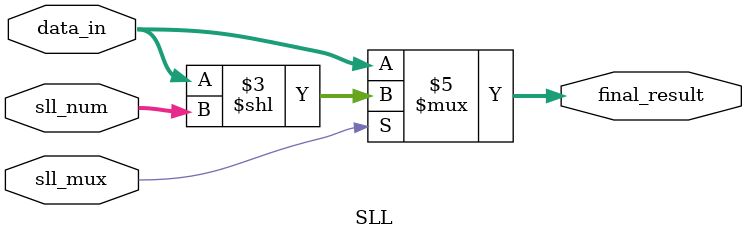
<source format=v>
`timescale 1ns / 1ps
module SLL(
     data_in,
     sll_mux,
     sll_num,
	  final_result

    );

input [32-1:0] data_in;
input sll_mux;
input [6-1:0]sll_num;
output [32-1:0] final_result;

reg [32-1:0] final_result;

always@(data_in or sll_mux or sll_num)
begin
 if(sll_mux==1)
   begin
	  final_result<=(data_in<<sll_num);
   end
	else
	  final_result<=data_in; 

end
endmodule




</source>
